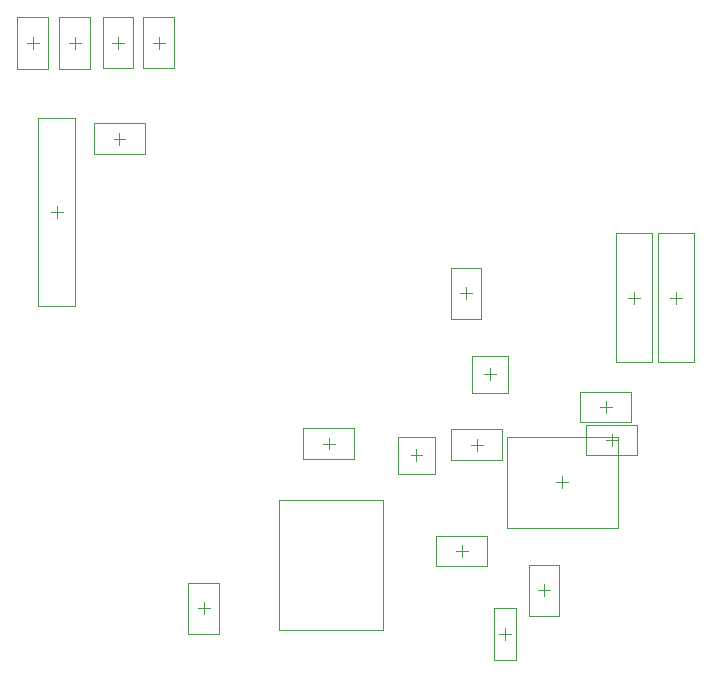
<source format=gbr>
%TF.GenerationSoftware,Altium Limited,Altium Designer,22.1.2 (22)*%
G04 Layer_Color=32768*
%FSLAX45Y45*%
%MOMM*%
%TF.SameCoordinates,487542E7-F005-4C77-86B1-A0AEE8F943D7*%
%TF.FilePolarity,Positive*%
%TF.FileFunction,Other,Mechanical_15*%
%TF.Part,Single*%
G01*
G75*
%TA.AperFunction,NonConductor*%
%ADD64C,0.05000*%
%ADD65C,0.10000*%
D64*
X9290700Y3780700D02*
Y4880700D01*
Y3780700D02*
X10165700D01*
Y4880700D01*
X9290700D02*
X10165700D01*
X11214000Y4644200D02*
Y5414200D01*
X12154000Y4644200D02*
Y5414200D01*
X11214000D02*
X12154000D01*
X11214000Y4644200D02*
X12154000D01*
X7794800Y8535300D02*
X8054800D01*
X7794800Y8965300D02*
X8054800D01*
X7794800Y8535300D02*
Y8965300D01*
X8054800Y8535300D02*
Y8965300D01*
X10745100Y5216700D02*
X11175100D01*
X10745100Y5476700D02*
X11175100D01*
Y5216700D02*
Y5476700D01*
X10745100Y5216700D02*
Y5476700D01*
X12649200Y6541300D02*
Y6641300D01*
X12599200Y6591300D02*
X12699200D01*
X12803700Y6048300D02*
Y7134300D01*
X12494700Y6048300D02*
X12803700D01*
X12494700D02*
Y7134300D01*
X12803700D01*
X10295500Y5413800D02*
X10605500D01*
X10295500Y5101800D02*
X10605500D01*
X10295500D02*
Y5413800D01*
X10605500Y5101800D02*
Y5413800D01*
X12318100Y5254800D02*
Y5514800D01*
X11888100Y5254800D02*
Y5514800D01*
Y5254800D02*
X12318100D01*
X11888100Y5514800D02*
X12318100D01*
X12268400Y5534200D02*
Y5794200D01*
X11838400Y5534200D02*
Y5794200D01*
Y5534200D02*
X12268400D01*
X11838400Y5794200D02*
X12268400D01*
X7404100Y7265200D02*
Y7365200D01*
X7354100Y7315200D02*
X7454100D01*
X7249600Y6518200D02*
X7558600D01*
Y8112200D01*
X7249600D02*
X7558600D01*
X7249600Y6518200D02*
Y8112200D01*
X8397700Y8535300D02*
Y8965300D01*
X8137700Y8535300D02*
Y8965300D01*
X8397700D01*
X8137700Y8535300D02*
X8397700D01*
X7686500Y8526700D02*
Y8966700D01*
X7426500Y8526700D02*
Y8966700D01*
X7686500D01*
X7426500Y8526700D02*
X7686500D01*
X11293900Y3526500D02*
Y3966500D01*
X11108900D02*
X11293900D01*
X11108900Y3526500D02*
Y3966500D01*
Y3526500D02*
X11293900D01*
X11401600Y3899800D02*
Y4329800D01*
X11661600Y3899800D02*
Y4329800D01*
X11401600Y3899800D02*
X11661600D01*
X11401600Y4329800D02*
X11661600D01*
X10618100Y4315000D02*
Y4575000D01*
X11048100Y4315000D02*
Y4575000D01*
X10618100D02*
X11048100D01*
X10618100Y4315000D02*
X11048100D01*
X10919400Y5787600D02*
Y6099600D01*
X11229400Y5787600D02*
Y6099600D01*
X10919400D02*
X11229400D01*
X10919400Y5787600D02*
X11229400D01*
X9492980Y5225620D02*
Y5485620D01*
X9922980Y5225620D02*
Y5485620D01*
X9492980D02*
X9922980D01*
X9492980Y5225620D02*
X9922980D01*
X10741200Y6414400D02*
X11001200D01*
X10741200Y6844400D02*
X11001200D01*
X10741200Y6414400D02*
Y6844400D01*
X11001200Y6414400D02*
Y6844400D01*
X8518700Y3747400D02*
X8778700D01*
X8518700Y4177400D02*
X8778700D01*
X8518700Y3747400D02*
Y4177400D01*
X8778700Y3747400D02*
Y4177400D01*
X7721400Y7807500D02*
X8151400D01*
X7721400Y8067500D02*
X8151400D01*
Y7807500D02*
Y8067500D01*
X7721400Y7807500D02*
Y8067500D01*
X7330900Y8530300D02*
Y8970300D01*
X7070900Y8530300D02*
Y8970300D01*
X7330900D01*
X7070900Y8530300D02*
X7330900D01*
X12293600Y6541300D02*
Y6641300D01*
X12243600Y6591300D02*
X12343600D01*
X12448100Y6048300D02*
Y7134300D01*
X12139100Y6048300D02*
X12448100D01*
X12139100D02*
Y7134300D01*
X12448100D01*
D65*
X11634000Y5029200D02*
X11734000D01*
X11684000Y4979200D02*
Y5079200D01*
X7924800Y8700300D02*
Y8800300D01*
X7874800Y8750300D02*
X7974800D01*
X10960100Y5296700D02*
Y5396700D01*
X10910100Y5346700D02*
X11010100D01*
X10450500Y5207800D02*
Y5307800D01*
X10400500Y5257800D02*
X10500500D01*
X12053100Y5384800D02*
X12153100D01*
X12103100Y5334800D02*
Y5434800D01*
X12003400Y5664200D02*
X12103400D01*
X12053400Y5614200D02*
Y5714200D01*
X8217700Y8750300D02*
X8317700D01*
X8267700Y8700300D02*
Y8800300D01*
X7506500Y8746700D02*
X7606500D01*
X7556500Y8696700D02*
Y8796700D01*
X11201400Y3696500D02*
Y3796500D01*
X11151400Y3746500D02*
X11251400D01*
X11481600Y4114800D02*
X11581600D01*
X11531600Y4064800D02*
Y4164800D01*
X10783100Y4445000D02*
X10883100D01*
X10833100Y4395000D02*
Y4495000D01*
X11024400Y5943600D02*
X11124400D01*
X11074400Y5893600D02*
Y5993600D01*
X9657980Y5355620D02*
X9757980D01*
X9707980Y5305620D02*
Y5405620D01*
X10871200Y6579400D02*
Y6679400D01*
X10821200Y6629400D02*
X10921200D01*
X8648700Y3912400D02*
Y4012400D01*
X8598700Y3962400D02*
X8698700D01*
X7936400Y7887500D02*
Y7987500D01*
X7886400Y7937500D02*
X7986400D01*
X7150900Y8750300D02*
X7250900D01*
X7200900Y8700300D02*
Y8800300D01*
%TF.MD5,2acb217e6b6b2c72fa857ad09bb056a3*%
M02*

</source>
